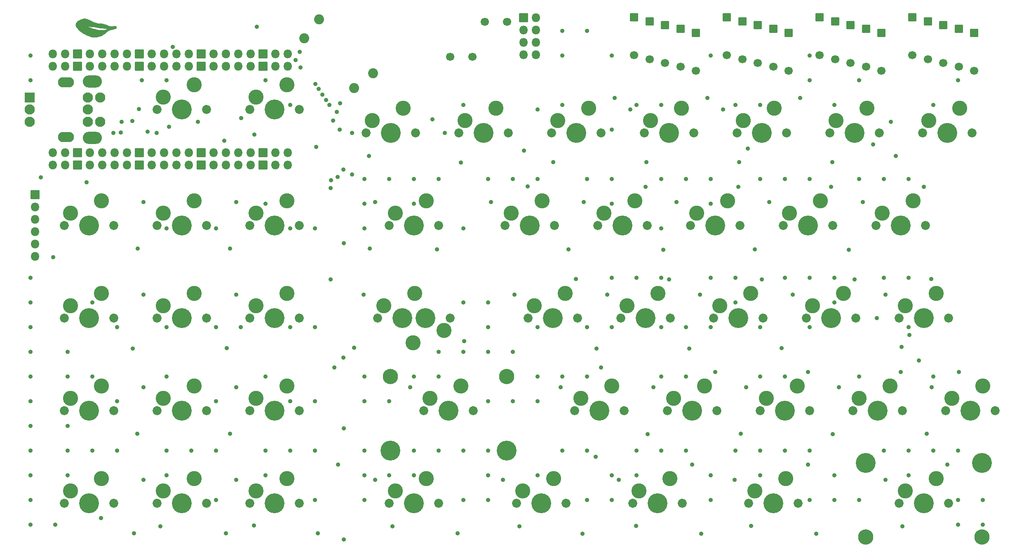
<source format=gbr>
%TF.GenerationSoftware,KiCad,Pcbnew,(6.0.5)*%
%TF.CreationDate,2022-07-29T20:42:53-06:00*%
%TF.ProjectId,kb,6b622e6b-6963-4616-945f-706362585858,rev?*%
%TF.SameCoordinates,Original*%
%TF.FileFunction,Soldermask,Top*%
%TF.FilePolarity,Negative*%
%FSLAX46Y46*%
G04 Gerber Fmt 4.6, Leading zero omitted, Abs format (unit mm)*
G04 Created by KiCad (PCBNEW (6.0.5)) date 2022-07-29 20:42:53*
%MOMM*%
%LPD*%
G01*
G04 APERTURE LIST*
G04 Aperture macros list*
%AMRoundRect*
0 Rectangle with rounded corners*
0 $1 Rounding radius*
0 $2 $3 $4 $5 $6 $7 $8 $9 X,Y pos of 4 corners*
0 Add a 4 corners polygon primitive as box body*
4,1,4,$2,$3,$4,$5,$6,$7,$8,$9,$2,$3,0*
0 Add four circle primitives for the rounded corners*
1,1,$1+$1,$2,$3*
1,1,$1+$1,$4,$5*
1,1,$1+$1,$6,$7*
1,1,$1+$1,$8,$9*
0 Add four rect primitives between the rounded corners*
20,1,$1+$1,$2,$3,$4,$5,0*
20,1,$1+$1,$4,$5,$6,$7,0*
20,1,$1+$1,$6,$7,$8,$9,0*
20,1,$1+$1,$8,$9,$2,$3,0*%
%AMHorizOval*
0 Thick line with rounded ends*
0 $1 width*
0 $2 $3 position (X,Y) of the first rounded end (center of the circle)*
0 $4 $5 position (X,Y) of the second rounded end (center of the circle)*
0 Add line between two ends*
20,1,$1,$2,$3,$4,$5,0*
0 Add two circle primitives to create the rounded ends*
1,1,$1,$2,$3*
1,1,$1,$4,$5*%
G04 Aperture macros list end*
%ADD10C,0.300000*%
%ADD11C,1.700000*%
%ADD12HorizOval,1.700000X0.000000X0.000000X0.000000X0.000000X0*%
%ADD13C,1.850000*%
%ADD14C,3.100000*%
%ADD15C,4.087800*%
%ADD16RoundRect,0.050000X0.800000X-0.800000X0.800000X0.800000X-0.800000X0.800000X-0.800000X-0.800000X0*%
%ADD17O,3.300000X2.100000*%
%ADD18RoundRect,0.050000X-1.000000X-1.000000X1.000000X-1.000000X1.000000X1.000000X-1.000000X1.000000X0*%
%ADD19C,2.100000*%
%ADD20C,3.148000*%
%ADD21O,1.800000X1.800000*%
%ADD22RoundRect,0.050000X0.850000X-0.850000X0.850000X0.850000X-0.850000X0.850000X-0.850000X-0.850000X0*%
%ADD23O,3.925000X2.500000*%
%ADD24RoundRect,0.050000X0.850000X0.850000X-0.850000X0.850000X-0.850000X-0.850000X0.850000X-0.850000X0*%
%ADD25C,2.050000*%
%ADD26C,0.900000*%
G04 APERTURE END LIST*
D10*
G36*
X34704219Y-49407356D02*
G01*
X34694020Y-49337139D01*
X34690501Y-49269000D01*
X34693359Y-49202926D01*
X34702294Y-49138902D01*
X34717006Y-49076914D01*
X34737194Y-49016947D01*
X34762557Y-48958988D01*
X34792796Y-48903021D01*
X34827608Y-48849034D01*
X34866695Y-48797010D01*
X34909755Y-48746937D01*
X34956488Y-48698800D01*
X35006593Y-48652584D01*
X35115717Y-48565859D01*
X35234724Y-48486650D01*
X35361208Y-48414840D01*
X35492766Y-48350316D01*
X35626992Y-48292963D01*
X35761483Y-48242667D01*
X35893834Y-48199314D01*
X36021640Y-48162790D01*
X36142497Y-48132979D01*
X36175719Y-48129047D01*
X36208091Y-48124559D01*
X36270754Y-48115279D01*
X36301281Y-48111171D01*
X36331429Y-48107873D01*
X36346398Y-48106635D01*
X36361316Y-48105727D01*
X36376199Y-48105192D01*
X36391060Y-48105074D01*
X36391062Y-48105072D01*
X36400965Y-48105248D01*
X36410871Y-48105640D01*
X36420784Y-48106264D01*
X36430710Y-48107134D01*
X36440653Y-48108262D01*
X36450620Y-48109664D01*
X36460614Y-48111353D01*
X36470642Y-48113342D01*
X36660049Y-48162014D01*
X36846400Y-48220769D01*
X37030231Y-48287905D01*
X37212075Y-48361721D01*
X37571941Y-48522580D01*
X37930274Y-48689731D01*
X38291349Y-48849558D01*
X38474250Y-48922471D01*
X38659439Y-48988446D01*
X38847452Y-49045782D01*
X39038821Y-49092778D01*
X39234082Y-49127730D01*
X39433769Y-49148938D01*
X39517413Y-49141849D01*
X39600300Y-49138535D01*
X39682475Y-49138783D01*
X39763981Y-49142380D01*
X39925168Y-49158772D01*
X40084213Y-49186011D01*
X40241471Y-49222398D01*
X40397296Y-49266231D01*
X40552040Y-49315812D01*
X40706059Y-49369439D01*
X41013335Y-49482032D01*
X41321954Y-49590411D01*
X41477652Y-49638769D01*
X41634747Y-49680972D01*
X41793593Y-49715322D01*
X41954544Y-49740116D01*
X41982086Y-49744827D01*
X42011340Y-49746894D01*
X42042119Y-49746587D01*
X42074236Y-49744172D01*
X42107504Y-49739919D01*
X42141736Y-49734096D01*
X42212344Y-49718814D01*
X42356902Y-49681213D01*
X42427860Y-49663189D01*
X42495942Y-49648545D01*
X42528438Y-49643161D01*
X42559654Y-49639427D01*
X42589403Y-49637611D01*
X42617499Y-49637981D01*
X42643754Y-49640806D01*
X42667981Y-49646355D01*
X42689993Y-49654895D01*
X42709604Y-49666695D01*
X42726627Y-49682023D01*
X42740874Y-49701148D01*
X42752158Y-49724337D01*
X42760293Y-49751860D01*
X42765091Y-49783984D01*
X42766366Y-49820978D01*
X42763930Y-49863110D01*
X42757597Y-49910649D01*
X42650100Y-49946092D01*
X42539313Y-49977637D01*
X42425794Y-50006211D01*
X42310097Y-50032745D01*
X41836644Y-50137058D01*
X41718392Y-50167327D01*
X41601295Y-50201133D01*
X41485909Y-50239402D01*
X41372790Y-50283066D01*
X41262493Y-50333053D01*
X41155574Y-50390293D01*
X41052588Y-50455715D01*
X41002743Y-50491785D01*
X40954090Y-50530248D01*
X40805884Y-50678491D01*
X40649603Y-50818787D01*
X40485819Y-50950549D01*
X40315102Y-51073190D01*
X40138024Y-51186122D01*
X39955155Y-51288758D01*
X39767066Y-51380510D01*
X39574329Y-51460792D01*
X39377515Y-51529014D01*
X39177193Y-51584591D01*
X38973936Y-51626934D01*
X38768315Y-51655457D01*
X38560900Y-51669571D01*
X38352262Y-51668689D01*
X38142972Y-51652224D01*
X37933602Y-51619588D01*
X37471735Y-51467838D01*
X37238106Y-51384178D01*
X37004560Y-51294380D01*
X36772505Y-51197734D01*
X36543352Y-51093531D01*
X36318508Y-50981061D01*
X36099384Y-50859614D01*
X35887388Y-50728480D01*
X35683930Y-50586948D01*
X35490420Y-50434310D01*
X35397835Y-50353604D01*
X35308265Y-50269855D01*
X35221887Y-50182974D01*
X35138876Y-50092873D01*
X35059409Y-49999463D01*
X34983662Y-49902654D01*
X34911811Y-49802359D01*
X34844032Y-49698489D01*
X34780502Y-49590954D01*
X34760369Y-49553048D01*
X36493896Y-49553048D01*
X36901001Y-49728993D01*
X37313518Y-49898070D01*
X37731471Y-50055114D01*
X37942492Y-50127510D01*
X38154880Y-50194961D01*
X38368638Y-50256821D01*
X38583767Y-50312446D01*
X38800271Y-50361189D01*
X39018153Y-50402405D01*
X39237415Y-50435449D01*
X39458059Y-50459675D01*
X39680089Y-50474437D01*
X39903507Y-50479089D01*
X39985122Y-50484421D01*
X40076643Y-50487542D01*
X40175714Y-50487677D01*
X40279976Y-50484054D01*
X40387073Y-50475898D01*
X40494648Y-50462435D01*
X40600344Y-50442891D01*
X40651750Y-50430597D01*
X40701803Y-50416493D01*
X40750207Y-50400482D01*
X40796669Y-50382467D01*
X40840892Y-50362352D01*
X40882584Y-50340039D01*
X40921448Y-50315432D01*
X40957191Y-50288435D01*
X40989518Y-50258950D01*
X41018134Y-50226881D01*
X41042744Y-50192131D01*
X41063054Y-50154603D01*
X41078770Y-50114201D01*
X41089596Y-50070828D01*
X41095238Y-50024387D01*
X41095401Y-49974782D01*
X41089791Y-49921915D01*
X41078114Y-49865690D01*
X40845468Y-49865422D01*
X40612138Y-49857940D01*
X40378196Y-49844097D01*
X40143714Y-49824743D01*
X39673427Y-49772916D01*
X39201862Y-49709276D01*
X38257237Y-49573831D01*
X37785347Y-49515661D01*
X37314519Y-49472949D01*
X37110025Y-49494198D01*
X36904723Y-49514065D01*
X36493896Y-49553048D01*
X34760369Y-49553048D01*
X34721395Y-49479667D01*
X34704219Y-49407356D01*
G37*
X34704219Y-49407356D02*
X34694020Y-49337139D01*
X34690501Y-49269000D01*
X34693359Y-49202926D01*
X34702294Y-49138902D01*
X34717006Y-49076914D01*
X34737194Y-49016947D01*
X34762557Y-48958988D01*
X34792796Y-48903021D01*
X34827608Y-48849034D01*
X34866695Y-48797010D01*
X34909755Y-48746937D01*
X34956488Y-48698800D01*
X35006593Y-48652584D01*
X35115717Y-48565859D01*
X35234724Y-48486650D01*
X35361208Y-48414840D01*
X35492766Y-48350316D01*
X35626992Y-48292963D01*
X35761483Y-48242667D01*
X35893834Y-48199314D01*
X36021640Y-48162790D01*
X36142497Y-48132979D01*
X36175719Y-48129047D01*
X36208091Y-48124559D01*
X36270754Y-48115279D01*
X36301281Y-48111171D01*
X36331429Y-48107873D01*
X36346398Y-48106635D01*
X36361316Y-48105727D01*
X36376199Y-48105192D01*
X36391060Y-48105074D01*
X36391062Y-48105072D01*
X36400965Y-48105248D01*
X36410871Y-48105640D01*
X36420784Y-48106264D01*
X36430710Y-48107134D01*
X36440653Y-48108262D01*
X36450620Y-48109664D01*
X36460614Y-48111353D01*
X36470642Y-48113342D01*
X36660049Y-48162014D01*
X36846400Y-48220769D01*
X37030231Y-48287905D01*
X37212075Y-48361721D01*
X37571941Y-48522580D01*
X37930274Y-48689731D01*
X38291349Y-48849558D01*
X38474250Y-48922471D01*
X38659439Y-48988446D01*
X38847452Y-49045782D01*
X39038821Y-49092778D01*
X39234082Y-49127730D01*
X39433769Y-49148938D01*
X39517413Y-49141849D01*
X39600300Y-49138535D01*
X39682475Y-49138783D01*
X39763981Y-49142380D01*
X39925168Y-49158772D01*
X40084213Y-49186011D01*
X40241471Y-49222398D01*
X40397296Y-49266231D01*
X40552040Y-49315812D01*
X40706059Y-49369439D01*
X41013335Y-49482032D01*
X41321954Y-49590411D01*
X41477652Y-49638769D01*
X41634747Y-49680972D01*
X41793593Y-49715322D01*
X41954544Y-49740116D01*
X41982086Y-49744827D01*
X42011340Y-49746894D01*
X42042119Y-49746587D01*
X42074236Y-49744172D01*
X42107504Y-49739919D01*
X42141736Y-49734096D01*
X42212344Y-49718814D01*
X42356902Y-49681213D01*
X42427860Y-49663189D01*
X42495942Y-49648545D01*
X42528438Y-49643161D01*
X42559654Y-49639427D01*
X42589403Y-49637611D01*
X42617499Y-49637981D01*
X42643754Y-49640806D01*
X42667981Y-49646355D01*
X42689993Y-49654895D01*
X42709604Y-49666695D01*
X42726627Y-49682023D01*
X42740874Y-49701148D01*
X42752158Y-49724337D01*
X42760293Y-49751860D01*
X42765091Y-49783984D01*
X42766366Y-49820978D01*
X42763930Y-49863110D01*
X42757597Y-49910649D01*
X42650100Y-49946092D01*
X42539313Y-49977637D01*
X42425794Y-50006211D01*
X42310097Y-50032745D01*
X41836644Y-50137058D01*
X41718392Y-50167327D01*
X41601295Y-50201133D01*
X41485909Y-50239402D01*
X41372790Y-50283066D01*
X41262493Y-50333053D01*
X41155574Y-50390293D01*
X41052588Y-50455715D01*
X41002743Y-50491785D01*
X40954090Y-50530248D01*
X40805884Y-50678491D01*
X40649603Y-50818787D01*
X40485819Y-50950549D01*
X40315102Y-51073190D01*
X40138024Y-51186122D01*
X39955155Y-51288758D01*
X39767066Y-51380510D01*
X39574329Y-51460792D01*
X39377515Y-51529014D01*
X39177193Y-51584591D01*
X38973936Y-51626934D01*
X38768315Y-51655457D01*
X38560900Y-51669571D01*
X38352262Y-51668689D01*
X38142972Y-51652224D01*
X37933602Y-51619588D01*
X37471735Y-51467838D01*
X37238106Y-51384178D01*
X37004560Y-51294380D01*
X36772505Y-51197734D01*
X36543352Y-51093531D01*
X36318508Y-50981061D01*
X36099384Y-50859614D01*
X35887388Y-50728480D01*
X35683930Y-50586948D01*
X35490420Y-50434310D01*
X35397835Y-50353604D01*
X35308265Y-50269855D01*
X35221887Y-50182974D01*
X35138876Y-50092873D01*
X35059409Y-49999463D01*
X34983662Y-49902654D01*
X34911811Y-49802359D01*
X34844032Y-49698489D01*
X34780502Y-49590954D01*
X34760369Y-49553048D01*
X36493896Y-49553048D01*
X36901001Y-49728993D01*
X37313518Y-49898070D01*
X37731471Y-50055114D01*
X37942492Y-50127510D01*
X38154880Y-50194961D01*
X38368638Y-50256821D01*
X38583767Y-50312446D01*
X38800271Y-50361189D01*
X39018153Y-50402405D01*
X39237415Y-50435449D01*
X39458059Y-50459675D01*
X39680089Y-50474437D01*
X39903507Y-50479089D01*
X39985122Y-50484421D01*
X40076643Y-50487542D01*
X40175714Y-50487677D01*
X40279976Y-50484054D01*
X40387073Y-50475898D01*
X40494648Y-50462435D01*
X40600344Y-50442891D01*
X40651750Y-50430597D01*
X40701803Y-50416493D01*
X40750207Y-50400482D01*
X40796669Y-50382467D01*
X40840892Y-50362352D01*
X40882584Y-50340039D01*
X40921448Y-50315432D01*
X40957191Y-50288435D01*
X40989518Y-50258950D01*
X41018134Y-50226881D01*
X41042744Y-50192131D01*
X41063054Y-50154603D01*
X41078770Y-50114201D01*
X41089596Y-50070828D01*
X41095238Y-50024387D01*
X41095401Y-49974782D01*
X41089791Y-49921915D01*
X41078114Y-49865690D01*
X40845468Y-49865422D01*
X40612138Y-49857940D01*
X40378196Y-49844097D01*
X40143714Y-49824743D01*
X39673427Y-49772916D01*
X39201862Y-49709276D01*
X38257237Y-49573831D01*
X37785347Y-49515661D01*
X37314519Y-49472949D01*
X37110025Y-49494198D01*
X36904723Y-49514065D01*
X36493896Y-49553048D01*
X34760369Y-49553048D01*
X34721395Y-49479667D01*
X34704219Y-49407356D01*
G36*
X34704219Y-49407356D02*
G01*
X34694020Y-49337139D01*
X34690501Y-49269000D01*
X34693359Y-49202926D01*
X34702294Y-49138902D01*
X34717006Y-49076914D01*
X34737194Y-49016947D01*
X34762557Y-48958988D01*
X34792796Y-48903021D01*
X34827608Y-48849034D01*
X34866695Y-48797010D01*
X34909755Y-48746937D01*
X34956488Y-48698800D01*
X35006593Y-48652584D01*
X35115717Y-48565859D01*
X35234724Y-48486650D01*
X35361208Y-48414840D01*
X35492766Y-48350316D01*
X35626992Y-48292963D01*
X35761483Y-48242667D01*
X35893834Y-48199314D01*
X36021640Y-48162790D01*
X36142497Y-48132979D01*
X36175719Y-48129047D01*
X36208091Y-48124559D01*
X36270754Y-48115279D01*
X36301281Y-48111171D01*
X36331429Y-48107873D01*
X36346398Y-48106635D01*
X36361316Y-48105727D01*
X36376199Y-48105192D01*
X36391060Y-48105074D01*
X36391062Y-48105072D01*
X36400965Y-48105248D01*
X36410871Y-48105640D01*
X36420784Y-48106264D01*
X36430710Y-48107134D01*
X36440653Y-48108262D01*
X36450620Y-48109664D01*
X36460614Y-48111353D01*
X36470642Y-48113342D01*
X36660049Y-48162014D01*
X36846400Y-48220769D01*
X37030231Y-48287905D01*
X37212075Y-48361721D01*
X37571941Y-48522580D01*
X37930274Y-48689731D01*
X38291349Y-48849558D01*
X38474250Y-48922471D01*
X38659439Y-48988446D01*
X38847452Y-49045782D01*
X39038821Y-49092778D01*
X39234082Y-49127730D01*
X39433769Y-49148938D01*
X39517413Y-49141849D01*
X39600300Y-49138535D01*
X39682475Y-49138783D01*
X39763981Y-49142380D01*
X39925168Y-49158772D01*
X40084213Y-49186011D01*
X40241471Y-49222398D01*
X40397296Y-49266231D01*
X40552040Y-49315812D01*
X40706059Y-49369439D01*
X41013335Y-49482032D01*
X41321954Y-49590411D01*
X41477652Y-49638769D01*
X41634747Y-49680972D01*
X41793593Y-49715322D01*
X41954544Y-49740116D01*
X41982086Y-49744827D01*
X42011340Y-49746894D01*
X42042119Y-49746587D01*
X42074236Y-49744172D01*
X42107504Y-49739919D01*
X42141736Y-49734096D01*
X42212344Y-49718814D01*
X42356902Y-49681213D01*
X42427860Y-49663189D01*
X42495942Y-49648545D01*
X42528438Y-49643161D01*
X42559654Y-49639427D01*
X42589403Y-49637611D01*
X42617499Y-49637981D01*
X42643754Y-49640806D01*
X42667981Y-49646355D01*
X42689993Y-49654895D01*
X42709604Y-49666695D01*
X42726627Y-49682023D01*
X42740874Y-49701148D01*
X42752158Y-49724337D01*
X42760293Y-49751860D01*
X42765091Y-49783984D01*
X42766366Y-49820978D01*
X42763930Y-49863110D01*
X42757597Y-49910649D01*
X42650100Y-49946092D01*
X42539313Y-49977637D01*
X42425794Y-50006211D01*
X42310097Y-50032745D01*
X41836644Y-50137058D01*
X41718392Y-50167327D01*
X41601295Y-50201133D01*
X41485909Y-50239402D01*
X41372790Y-50283066D01*
X41262493Y-50333053D01*
X41155574Y-50390293D01*
X41052588Y-50455715D01*
X41002743Y-50491785D01*
X40954090Y-50530248D01*
X40805884Y-50678491D01*
X40649603Y-50818787D01*
X40485819Y-50950549D01*
X40315102Y-51073190D01*
X40138024Y-51186122D01*
X39955155Y-51288758D01*
X39767066Y-51380510D01*
X39574329Y-51460792D01*
X39377515Y-51529014D01*
X39177193Y-51584591D01*
X38973936Y-51626934D01*
X38768315Y-51655457D01*
X38560900Y-51669571D01*
X38352262Y-51668689D01*
X38142972Y-51652224D01*
X37933602Y-51619588D01*
X37471735Y-51467838D01*
X37238106Y-51384178D01*
X37004560Y-51294380D01*
X36772505Y-51197734D01*
X36543352Y-51093531D01*
X36318508Y-50981061D01*
X36099384Y-50859614D01*
X35887388Y-50728480D01*
X35683930Y-50586948D01*
X35490420Y-50434310D01*
X35397835Y-50353604D01*
X35308265Y-50269855D01*
X35221887Y-50182974D01*
X35138876Y-50092873D01*
X35059409Y-49999463D01*
X34983662Y-49902654D01*
X34911811Y-49802359D01*
X34844032Y-49698489D01*
X34780502Y-49590954D01*
X34760369Y-49553048D01*
X36493896Y-49553048D01*
X36901001Y-49728993D01*
X37313518Y-49898070D01*
X37731471Y-50055114D01*
X37942492Y-50127510D01*
X38154880Y-50194961D01*
X38368638Y-50256821D01*
X38583767Y-50312446D01*
X38800271Y-50361189D01*
X39018153Y-50402405D01*
X39237415Y-50435449D01*
X39458059Y-50459675D01*
X39680089Y-50474437D01*
X39903507Y-50479089D01*
X39985122Y-50484421D01*
X40076643Y-50487542D01*
X40175714Y-50487677D01*
X40279976Y-50484054D01*
X40387073Y-50475898D01*
X40494648Y-50462435D01*
X40600344Y-50442891D01*
X40651750Y-50430597D01*
X40701803Y-50416493D01*
X40750207Y-50400482D01*
X40796669Y-50382467D01*
X40840892Y-50362352D01*
X40882584Y-50340039D01*
X40921448Y-50315432D01*
X40957191Y-50288435D01*
X40989518Y-50258950D01*
X41018134Y-50226881D01*
X41042744Y-50192131D01*
X41063054Y-50154603D01*
X41078770Y-50114201D01*
X41089596Y-50070828D01*
X41095238Y-50024387D01*
X41095401Y-49974782D01*
X41089791Y-49921915D01*
X41078114Y-49865690D01*
X40845468Y-49865422D01*
X40612138Y-49857940D01*
X40378196Y-49844097D01*
X40143714Y-49824743D01*
X39673427Y-49772916D01*
X39201862Y-49709276D01*
X38257237Y-49573831D01*
X37785347Y-49515661D01*
X37314519Y-49472949D01*
X37110025Y-49494198D01*
X36904723Y-49514065D01*
X36493896Y-49553048D01*
X34760369Y-49553048D01*
X34721395Y-49479667D01*
X34704219Y-49407356D01*
G37*
X34704219Y-49407356D02*
X34694020Y-49337139D01*
X34690501Y-49269000D01*
X34693359Y-49202926D01*
X34702294Y-49138902D01*
X34717006Y-49076914D01*
X34737194Y-49016947D01*
X34762557Y-48958988D01*
X34792796Y-48903021D01*
X34827608Y-48849034D01*
X34866695Y-48797010D01*
X34909755Y-48746937D01*
X34956488Y-48698800D01*
X35006593Y-48652584D01*
X35115717Y-48565859D01*
X35234724Y-48486650D01*
X35361208Y-48414840D01*
X35492766Y-48350316D01*
X35626992Y-48292963D01*
X35761483Y-48242667D01*
X35893834Y-48199314D01*
X36021640Y-48162790D01*
X36142497Y-48132979D01*
X36175719Y-48129047D01*
X36208091Y-48124559D01*
X36270754Y-48115279D01*
X36301281Y-48111171D01*
X36331429Y-48107873D01*
X36346398Y-48106635D01*
X36361316Y-48105727D01*
X36376199Y-48105192D01*
X36391060Y-48105074D01*
X36391062Y-48105072D01*
X36400965Y-48105248D01*
X36410871Y-48105640D01*
X36420784Y-48106264D01*
X36430710Y-48107134D01*
X36440653Y-48108262D01*
X36450620Y-48109664D01*
X36460614Y-48111353D01*
X36470642Y-48113342D01*
X36660049Y-48162014D01*
X36846400Y-48220769D01*
X37030231Y-48287905D01*
X37212075Y-48361721D01*
X37571941Y-48522580D01*
X37930274Y-48689731D01*
X38291349Y-48849558D01*
X38474250Y-48922471D01*
X38659439Y-48988446D01*
X38847452Y-49045782D01*
X39038821Y-49092778D01*
X39234082Y-49127730D01*
X39433769Y-49148938D01*
X39517413Y-49141849D01*
X39600300Y-49138535D01*
X39682475Y-49138783D01*
X39763981Y-49142380D01*
X39925168Y-49158772D01*
X40084213Y-49186011D01*
X40241471Y-49222398D01*
X40397296Y-49266231D01*
X40552040Y-49315812D01*
X40706059Y-49369439D01*
X41013335Y-49482032D01*
X41321954Y-49590411D01*
X41477652Y-49638769D01*
X41634747Y-49680972D01*
X41793593Y-49715322D01*
X41954544Y-49740116D01*
X41982086Y-49744827D01*
X42011340Y-49746894D01*
X42042119Y-49746587D01*
X42074236Y-49744172D01*
X42107504Y-49739919D01*
X42141736Y-49734096D01*
X42212344Y-49718814D01*
X42356902Y-49681213D01*
X42427860Y-49663189D01*
X42495942Y-49648545D01*
X42528438Y-49643161D01*
X42559654Y-49639427D01*
X42589403Y-49637611D01*
X42617499Y-49637981D01*
X42643754Y-49640806D01*
X42667981Y-49646355D01*
X42689993Y-49654895D01*
X42709604Y-49666695D01*
X42726627Y-49682023D01*
X42740874Y-49701148D01*
X42752158Y-49724337D01*
X42760293Y-49751860D01*
X42765091Y-49783984D01*
X42766366Y-49820978D01*
X42763930Y-49863110D01*
X42757597Y-49910649D01*
X42650100Y-49946092D01*
X42539313Y-49977637D01*
X42425794Y-50006211D01*
X42310097Y-50032745D01*
X41836644Y-50137058D01*
X41718392Y-50167327D01*
X41601295Y-50201133D01*
X41485909Y-50239402D01*
X41372790Y-50283066D01*
X41262493Y-50333053D01*
X41155574Y-50390293D01*
X41052588Y-50455715D01*
X41002743Y-50491785D01*
X40954090Y-50530248D01*
X40805884Y-50678491D01*
X40649603Y-50818787D01*
X40485819Y-50950549D01*
X40315102Y-51073190D01*
X40138024Y-51186122D01*
X39955155Y-51288758D01*
X39767066Y-51380510D01*
X39574329Y-51460792D01*
X39377515Y-51529014D01*
X39177193Y-51584591D01*
X38973936Y-51626934D01*
X38768315Y-51655457D01*
X38560900Y-51669571D01*
X38352262Y-51668689D01*
X38142972Y-51652224D01*
X37933602Y-51619588D01*
X37471735Y-51467838D01*
X37238106Y-51384178D01*
X37004560Y-51294380D01*
X36772505Y-51197734D01*
X36543352Y-51093531D01*
X36318508Y-50981061D01*
X36099384Y-50859614D01*
X35887388Y-50728480D01*
X35683930Y-50586948D01*
X35490420Y-50434310D01*
X35397835Y-50353604D01*
X35308265Y-50269855D01*
X35221887Y-50182974D01*
X35138876Y-50092873D01*
X35059409Y-49999463D01*
X34983662Y-49902654D01*
X34911811Y-49802359D01*
X34844032Y-49698489D01*
X34780502Y-49590954D01*
X34760369Y-49553048D01*
X36493896Y-49553048D01*
X36901001Y-49728993D01*
X37313518Y-49898070D01*
X37731471Y-50055114D01*
X37942492Y-50127510D01*
X38154880Y-50194961D01*
X38368638Y-50256821D01*
X38583767Y-50312446D01*
X38800271Y-50361189D01*
X39018153Y-50402405D01*
X39237415Y-50435449D01*
X39458059Y-50459675D01*
X39680089Y-50474437D01*
X39903507Y-50479089D01*
X39985122Y-50484421D01*
X40076643Y-50487542D01*
X40175714Y-50487677D01*
X40279976Y-50484054D01*
X40387073Y-50475898D01*
X40494648Y-50462435D01*
X40600344Y-50442891D01*
X40651750Y-50430597D01*
X40701803Y-50416493D01*
X40750207Y-50400482D01*
X40796669Y-50382467D01*
X40840892Y-50362352D01*
X40882584Y-50340039D01*
X40921448Y-50315432D01*
X40957191Y-50288435D01*
X40989518Y-50258950D01*
X41018134Y-50226881D01*
X41042744Y-50192131D01*
X41063054Y-50154603D01*
X41078770Y-50114201D01*
X41089596Y-50070828D01*
X41095238Y-50024387D01*
X41095401Y-49974782D01*
X41089791Y-49921915D01*
X41078114Y-49865690D01*
X40845468Y-49865422D01*
X40612138Y-49857940D01*
X40378196Y-49844097D01*
X40143714Y-49824743D01*
X39673427Y-49772916D01*
X39201862Y-49709276D01*
X38257237Y-49573831D01*
X37785347Y-49515661D01*
X37314519Y-49472949D01*
X37110025Y-49494198D01*
X36904723Y-49514065D01*
X36493896Y-49553048D01*
X34760369Y-49553048D01*
X34721395Y-49479667D01*
X34704219Y-49407356D01*
D11*
%TO.C,R1*%
X111406398Y-55820853D03*
D12*
X118590603Y-48636648D03*
%TD*%
D13*
%TO.C,MX22*%
X137636250Y-109537500D03*
D14*
X128746250Y-106997500D03*
D15*
X132556250Y-109537500D03*
D14*
X135096250Y-104457500D03*
D13*
X127476250Y-109537500D03*
%TD*%
D16*
%TO.C,D26*%
X212725000Y-49281250D03*
D11*
X212725000Y-57081250D03*
%TD*%
D14*
%TO.C,MX14*%
X143033750Y-87947500D03*
D13*
X151923750Y-90487500D03*
D15*
X146843750Y-90487500D03*
D13*
X141763750Y-90487500D03*
D14*
X149383750Y-85407500D03*
%TD*%
D15*
%TO.C,MX2*%
X75406250Y-66675000D03*
D14*
X77946250Y-61595000D03*
D13*
X70326250Y-66675000D03*
X80486250Y-66675000D03*
D14*
X71596250Y-64135000D03*
%TD*%
D15*
%TO.C,MX24*%
X170656250Y-109537500D03*
D13*
X165576250Y-109537500D03*
D14*
X173196250Y-104457500D03*
D13*
X175736250Y-109537500D03*
D14*
X166846250Y-106997500D03*
%TD*%
D17*
%TO.C,SW1*%
X32543750Y-61075000D03*
X32543750Y-72275000D03*
D18*
X25043750Y-64175000D03*
D19*
X25043750Y-69175000D03*
X25043750Y-66675000D03*
X39543750Y-69175000D03*
X39543750Y-64175000D03*
%TD*%
D13*
%TO.C,MX34*%
X194151250Y-128587500D03*
D14*
X201771250Y-123507500D03*
X195421250Y-126047500D03*
D15*
X199231250Y-128587500D03*
D13*
X204311250Y-128587500D03*
%TD*%
D15*
%TO.C,MX15*%
X165893750Y-90487500D03*
D14*
X162083750Y-87947500D03*
D13*
X170973750Y-90487500D03*
D14*
X168433750Y-85407500D03*
D13*
X160813750Y-90487500D03*
%TD*%
D16*
%TO.C,D25*%
X193675000Y-49281250D03*
D11*
X193675000Y-57081250D03*
%TD*%
D13*
%TO.C,MX43*%
X213836250Y-147637500D03*
D15*
X208756250Y-147637500D03*
D20*
X220694250Y-154622500D03*
D14*
X211296250Y-142557500D03*
X204946250Y-145097500D03*
D20*
X196818250Y-154622500D03*
D15*
X220694250Y-139382500D03*
D13*
X203676250Y-147637500D03*
D15*
X196818250Y-139382500D03*
%TD*%
%TO.C,MX18*%
X37306250Y-109537500D03*
D13*
X32226250Y-109537500D03*
X42386250Y-109537500D03*
D14*
X39846250Y-104457500D03*
X33496250Y-106997500D03*
%TD*%
D16*
%TO.C,D8*%
X206375000Y-47693750D03*
D11*
X206375000Y-55493750D03*
%TD*%
D13*
%TO.C,MX7*%
X170338750Y-71437500D03*
D14*
X177958750Y-66357500D03*
X171608750Y-68897500D03*
D15*
X175418750Y-71437500D03*
D13*
X180498750Y-71437500D03*
%TD*%
D11*
%TO.C,R2*%
X115978398Y-55820853D03*
D12*
X123162603Y-48636648D03*
%TD*%
D16*
%TO.C,D5*%
X149225000Y-47693750D03*
D11*
X149225000Y-55493750D03*
%TD*%
D13*
%TO.C,MX26*%
X203676250Y-109537500D03*
D15*
X208756250Y-109537500D03*
D13*
X213836250Y-109537500D03*
D14*
X204946250Y-106997500D03*
X211296250Y-104457500D03*
%TD*%
D16*
%TO.C,D32*%
X158750000Y-50075000D03*
D11*
X158750000Y-57875000D03*
%TD*%
D13*
%TO.C,MX10*%
X51276250Y-90487500D03*
D14*
X52546250Y-87947500D03*
D13*
X61436250Y-90487500D03*
D14*
X58896250Y-85407500D03*
D15*
X56356250Y-90487500D03*
%TD*%
D14*
%TO.C,MX11*%
X77946250Y-85407500D03*
D15*
X75406250Y-90487500D03*
D14*
X71596250Y-87947500D03*
D13*
X70326250Y-90487500D03*
X80486250Y-90487500D03*
%TD*%
D14*
%TO.C,MX27*%
X39846250Y-123507500D03*
D15*
X37306250Y-128587500D03*
D13*
X42386250Y-128587500D03*
X32226250Y-128587500D03*
D14*
X33496250Y-126047500D03*
%TD*%
D16*
%TO.C,D35*%
X215900000Y-50075000D03*
D11*
X215900000Y-57875000D03*
%TD*%
D16*
%TO.C,D44*%
X219075000Y-50868750D03*
D11*
X219075000Y-58668750D03*
%TD*%
D14*
%TO.C,MX25*%
X185896250Y-106997500D03*
X192246250Y-104457500D03*
D13*
X194786250Y-109537500D03*
X184626250Y-109537500D03*
D15*
X189706250Y-109537500D03*
%TD*%
D13*
%TO.C,MX21*%
X111442500Y-109537500D03*
D15*
X106362500Y-109537500D03*
D13*
X101282500Y-109537500D03*
D14*
X110172500Y-112077500D03*
X103822500Y-114617500D03*
%TD*%
%TO.C,MX37*%
X52546250Y-145097500D03*
D13*
X51276250Y-147637500D03*
X61436250Y-147637500D03*
D14*
X58896250Y-142557500D03*
D15*
X56356250Y-147637500D03*
%TD*%
D16*
%TO.C,D41*%
X161925000Y-50868750D03*
D11*
X161925000Y-58668750D03*
%TD*%
D13*
%TO.C,MX13*%
X132873750Y-90487500D03*
D14*
X123983750Y-87947500D03*
D15*
X127793750Y-90487500D03*
D13*
X122713750Y-90487500D03*
D14*
X130333750Y-85407500D03*
%TD*%
%TO.C,MX35*%
X220821250Y-123507500D03*
X214471250Y-126047500D03*
D13*
X213201250Y-128587500D03*
D15*
X218281250Y-128587500D03*
D13*
X223361250Y-128587500D03*
%TD*%
D21*
%TO.C,U1*%
X29845000Y-78105000D03*
X29845000Y-75565000D03*
X32385000Y-78105000D03*
X32385000Y-75565000D03*
D22*
X34925000Y-78105000D03*
X34925000Y-75565000D03*
D21*
X37465000Y-78105000D03*
X37465000Y-75565000D03*
X40005000Y-75565000D03*
X40005000Y-78105000D03*
X42545000Y-75565000D03*
X42545000Y-78105000D03*
X45085000Y-75565000D03*
X45085000Y-78105000D03*
D22*
X47625000Y-75565000D03*
X47625000Y-78105000D03*
D21*
X50165000Y-75565000D03*
X50165000Y-78105000D03*
X52705000Y-75565000D03*
X52705000Y-78105000D03*
X55245000Y-75565000D03*
X55245000Y-78105000D03*
X57785000Y-78105000D03*
X57785000Y-75565000D03*
D22*
X60325000Y-75565000D03*
X60325000Y-78105000D03*
D21*
X62865000Y-75565000D03*
X62865000Y-78105000D03*
X65405000Y-75565000D03*
X65405000Y-78105000D03*
X67945000Y-75565000D03*
X67945000Y-78105000D03*
X70485000Y-75565000D03*
X70485000Y-78105000D03*
D22*
X73025000Y-75565000D03*
X73025000Y-78105000D03*
D21*
X75565000Y-75565000D03*
X75565000Y-78105000D03*
X78105000Y-78105000D03*
X78105000Y-75565000D03*
X78105000Y-57785000D03*
X78105000Y-55245000D03*
X75565000Y-55245000D03*
X75565000Y-57785000D03*
D22*
X73025000Y-57785000D03*
X73025000Y-55245000D03*
D21*
X70485000Y-55245000D03*
X70485000Y-57785000D03*
X67945000Y-55245000D03*
X67945000Y-57785000D03*
X65405000Y-55245000D03*
X65405000Y-57785000D03*
X62865000Y-55245000D03*
X62865000Y-57785000D03*
D22*
X60325000Y-57785000D03*
X60325000Y-55245000D03*
D21*
X57785000Y-57785000D03*
X57785000Y-55245000D03*
X55245000Y-55245000D03*
X55245000Y-57785000D03*
X52705000Y-55245000D03*
X52705000Y-57785000D03*
X50165000Y-55245000D03*
X50165000Y-57785000D03*
D22*
X47625000Y-55245000D03*
X47625000Y-57785000D03*
D21*
X45085000Y-55245000D03*
X45085000Y-57785000D03*
X42545000Y-57785000D03*
X42545000Y-55245000D03*
X40005000Y-57785000D03*
X40005000Y-55245000D03*
X37465000Y-57785000D03*
X37465000Y-55245000D03*
D22*
X34925000Y-55245000D03*
X34925000Y-57785000D03*
D21*
X32385000Y-55245000D03*
X32385000Y-57785000D03*
X29845000Y-57785000D03*
X29845000Y-55245000D03*
%TD*%
D13*
%TO.C,MX28*%
X61436250Y-128587500D03*
D14*
X52546250Y-126047500D03*
X58896250Y-123507500D03*
D13*
X51276250Y-128587500D03*
D15*
X56356250Y-128587500D03*
%TD*%
D16*
%TO.C,D42*%
X180975000Y-50868750D03*
D11*
X180975000Y-58668750D03*
%TD*%
D16*
%TO.C,D33*%
X177800000Y-50075000D03*
D11*
X177800000Y-57875000D03*
%TD*%
D23*
%TO.C,SW2*%
X37978000Y-72475000D03*
X37978000Y-60875000D03*
D19*
X37040500Y-64175000D03*
X37040500Y-69175000D03*
X37040500Y-66675000D03*
%TD*%
D14*
%TO.C,MX21_1*%
X104140000Y-104457500D03*
X97790000Y-106997500D03*
D15*
X101600000Y-109537500D03*
D13*
X106680000Y-109537500D03*
X96520000Y-109537500D03*
%TD*%
D16*
%TO.C,D14*%
X152400000Y-48487500D03*
D11*
X152400000Y-56287500D03*
%TD*%
D15*
%TO.C,MX3*%
X99218750Y-71437500D03*
D13*
X94138750Y-71437500D03*
X104298750Y-71437500D03*
D14*
X101758750Y-66357500D03*
X95408750Y-68897500D03*
%TD*%
D16*
%TO.C,D7*%
X187325000Y-47693750D03*
D11*
X187325000Y-55493750D03*
%TD*%
D15*
%TO.C,MX9*%
X37306250Y-90487500D03*
D13*
X32226250Y-90487500D03*
X42386250Y-90487500D03*
D14*
X33496250Y-87947500D03*
X39846250Y-85407500D03*
%TD*%
D13*
%TO.C,MX1*%
X51276250Y-66675000D03*
X61436250Y-66675000D03*
D15*
X56356250Y-66675000D03*
D14*
X58896250Y-61595000D03*
X52546250Y-64135000D03*
%TD*%
D13*
%TO.C,MX32*%
X166211250Y-128587500D03*
D15*
X161131250Y-128587500D03*
D13*
X156051250Y-128587500D03*
D14*
X157321250Y-126047500D03*
X163671250Y-123507500D03*
%TD*%
D16*
%TO.C,D17*%
X209550000Y-48487500D03*
D11*
X209550000Y-56287500D03*
%TD*%
D16*
%TO.C,D6*%
X168275000Y-47693750D03*
D11*
X168275000Y-55493750D03*
%TD*%
D16*
%TO.C,D23*%
X155575000Y-49281250D03*
D11*
X155575000Y-57081250D03*
%TD*%
D15*
%TO.C,MX40*%
X130175000Y-147637500D03*
D14*
X132715000Y-142557500D03*
X126365000Y-145097500D03*
D13*
X125095000Y-147637500D03*
X135255000Y-147637500D03*
%TD*%
%TO.C,MX5*%
X142398750Y-71437500D03*
D15*
X137318750Y-71437500D03*
D13*
X132238750Y-71437500D03*
D14*
X139858750Y-66357500D03*
X133508750Y-68897500D03*
%TD*%
%TO.C,MX39*%
X106521250Y-142557500D03*
D13*
X98901250Y-147637500D03*
X109061250Y-147637500D03*
D15*
X103981250Y-147637500D03*
D14*
X100171250Y-145097500D03*
%TD*%
%TO.C,MX16*%
X187483750Y-85407500D03*
D15*
X184943750Y-90487500D03*
D13*
X190023750Y-90487500D03*
X179863750Y-90487500D03*
D14*
X181133750Y-87947500D03*
%TD*%
D13*
%TO.C,MX38*%
X70326250Y-147637500D03*
X80486250Y-147637500D03*
D15*
X75406250Y-147637500D03*
D14*
X71596250Y-145097500D03*
X77946250Y-142557500D03*
%TD*%
D16*
%TO.C,D16*%
X190500000Y-48487500D03*
D11*
X190500000Y-56287500D03*
%TD*%
D13*
%TO.C,MX31*%
X137001250Y-128587500D03*
D14*
X144621250Y-123507500D03*
D13*
X147161250Y-128587500D03*
D14*
X138271250Y-126047500D03*
D15*
X142081250Y-128587500D03*
%TD*%
D13*
%TO.C,MX8*%
X199548750Y-71437500D03*
D14*
X190658750Y-68897500D03*
D15*
X194468750Y-71437500D03*
D13*
X189388750Y-71437500D03*
D14*
X197008750Y-66357500D03*
%TD*%
D13*
%TO.C,MX41*%
X148907500Y-147637500D03*
X159067500Y-147637500D03*
D14*
X156527500Y-142557500D03*
X150177500Y-145097500D03*
D15*
X153987500Y-147637500D03*
%TD*%
%TO.C,MX20*%
X75406250Y-109537500D03*
D14*
X71596250Y-106997500D03*
D13*
X70326250Y-109537500D03*
X80486250Y-109537500D03*
D14*
X77946250Y-104457500D03*
%TD*%
%TO.C,MX17*%
X206533750Y-85407500D03*
D15*
X203993750Y-90487500D03*
D14*
X200183750Y-87947500D03*
D13*
X198913750Y-90487500D03*
X209073750Y-90487500D03*
%TD*%
%TO.C,MX4*%
X113188750Y-71437500D03*
D14*
X114458750Y-68897500D03*
D15*
X118268750Y-71437500D03*
D13*
X123348750Y-71437500D03*
D14*
X120808750Y-66357500D03*
%TD*%
D16*
%TO.C,D24*%
X174625000Y-49281250D03*
D11*
X174625000Y-57081250D03*
%TD*%
D15*
%TO.C,MX42*%
X177800000Y-147637500D03*
D14*
X173990000Y-145097500D03*
D13*
X172720000Y-147637500D03*
X182880000Y-147637500D03*
D14*
X180340000Y-142557500D03*
%TD*%
D13*
%TO.C,MX23*%
X146526250Y-109537500D03*
X156686250Y-109537500D03*
D15*
X151606250Y-109537500D03*
D14*
X154146250Y-104457500D03*
X147796250Y-106997500D03*
%TD*%
D13*
%TO.C,MX33*%
X185261250Y-128587500D03*
D14*
X182721250Y-123507500D03*
X176371250Y-126047500D03*
D13*
X175101250Y-128587500D03*
D15*
X180181250Y-128587500D03*
%TD*%
D14*
%TO.C,MX36*%
X33496250Y-145097500D03*
D13*
X42386250Y-147637500D03*
D14*
X39846250Y-142557500D03*
D15*
X37306250Y-147637500D03*
D13*
X32226250Y-147637500D03*
%TD*%
D16*
%TO.C,D34*%
X196850000Y-50075000D03*
D11*
X196850000Y-57875000D03*
%TD*%
D14*
%TO.C,MX12*%
X100171250Y-87947500D03*
D15*
X103981250Y-90487500D03*
D13*
X98901250Y-90487500D03*
D14*
X106521250Y-85407500D03*
D13*
X109061250Y-90487500D03*
%TD*%
D16*
%TO.C,D43*%
X200025000Y-50868750D03*
D11*
X200025000Y-58668750D03*
%TD*%
D13*
%TO.C,MX30*%
X106045000Y-128587500D03*
D20*
X123063000Y-121602500D03*
D15*
X111125000Y-128587500D03*
X99187000Y-136842500D03*
D20*
X99187000Y-121602500D03*
D14*
X107315000Y-126047500D03*
D13*
X116205000Y-128587500D03*
D14*
X113665000Y-123507500D03*
D15*
X123063000Y-136842500D03*
%TD*%
D14*
%TO.C,MX29*%
X77946250Y-123507500D03*
D13*
X70326250Y-128587500D03*
X80486250Y-128587500D03*
D15*
X75406250Y-128587500D03*
D14*
X71596250Y-126047500D03*
%TD*%
D16*
%TO.C,D15*%
X171450000Y-48487500D03*
D11*
X171450000Y-56287500D03*
%TD*%
D13*
%TO.C,MX19*%
X61436250Y-109537500D03*
D14*
X52546250Y-106997500D03*
X58896250Y-104457500D03*
D13*
X51276250Y-109537500D03*
D15*
X56356250Y-109537500D03*
%TD*%
%TO.C,MX6*%
X156368750Y-71437500D03*
D13*
X161448750Y-71437500D03*
D14*
X158908750Y-66357500D03*
X152558750Y-68897500D03*
D13*
X151288750Y-71437500D03*
%TD*%
D15*
%TO.C,MX44*%
X213518750Y-71437500D03*
D13*
X208438750Y-71437500D03*
D14*
X216058750Y-66357500D03*
X209708750Y-68897500D03*
D13*
X218598750Y-71437500D03*
%TD*%
D24*
%TO.C,J3*%
X26193750Y-84137500D03*
D21*
X26193750Y-86677500D03*
X26193750Y-89217500D03*
X26193750Y-91757500D03*
X26193750Y-94297500D03*
X26193750Y-96837500D03*
%TD*%
D25*
%TO.C,J2*%
X91710749Y-62211049D03*
X81457701Y-51958001D03*
X84498260Y-48068914D03*
X95599836Y-59170490D03*
%TD*%
D24*
%TO.C,J1*%
X126503750Y-47793750D03*
D21*
X129043750Y-47793750D03*
X126503750Y-50333750D03*
X129043750Y-50333750D03*
X126503750Y-52873750D03*
X129043750Y-52873750D03*
X126503750Y-55413750D03*
X129043750Y-55413750D03*
%TD*%
D26*
X49276000Y-71183500D03*
X89562980Y-94134980D03*
X89535000Y-78994000D03*
X89545250Y-117718750D03*
X89581730Y-132253730D03*
X79724250Y-56451500D03*
X89570520Y-155102520D03*
X46228000Y-115824000D03*
X109061250Y-80962500D03*
X164941250Y-55562500D03*
X63341250Y-111442500D03*
X185261250Y-111442500D03*
X53181250Y-141922500D03*
X32861250Y-131762500D03*
X154781250Y-65722500D03*
X114141250Y-65722500D03*
X175101250Y-121602500D03*
X134461250Y-50482500D03*
X37941250Y-136842500D03*
X65532000Y-115722400D03*
X134461250Y-55562500D03*
X185261250Y-136842500D03*
X220821250Y-152082500D03*
X32861250Y-136842500D03*
X66243200Y-95250000D03*
X200501250Y-136842500D03*
X164941250Y-111442500D03*
X154781250Y-91122500D03*
X47142400Y-133350000D03*
X175101250Y-141922500D03*
X25241250Y-116522500D03*
X139541250Y-50482500D03*
X155244800Y-95504000D03*
X93821250Y-141922500D03*
X190341250Y-65722500D03*
X83661250Y-147002500D03*
X53181250Y-60642500D03*
X98901250Y-141922500D03*
X27368500Y-80581500D03*
X210661250Y-121602500D03*
X88741250Y-70802500D03*
X99568000Y-152400000D03*
X180181250Y-80962500D03*
X93821250Y-147002500D03*
X25241250Y-106362500D03*
X144621250Y-101282500D03*
X25241250Y-101282500D03*
X175101250Y-136842500D03*
X190042800Y-133451600D03*
X170021250Y-106362500D03*
X144621250Y-70802500D03*
X65379600Y-153873200D03*
X94742000Y-76200000D03*
X103981250Y-80962500D03*
X93821250Y-86042500D03*
X185261250Y-60642500D03*
X25241250Y-60642500D03*
X73501250Y-121602500D03*
X78581250Y-126682500D03*
X25241250Y-121602500D03*
X195421250Y-121602500D03*
X83661250Y-126682500D03*
X43021250Y-136842500D03*
X189941200Y-77470000D03*
X37941250Y-106362500D03*
X139541250Y-121602500D03*
X139541250Y-111442500D03*
X202946000Y-76200000D03*
X215741250Y-60642500D03*
X68421250Y-111442500D03*
X170021250Y-136842500D03*
X114141250Y-147002500D03*
X186639200Y-153974800D03*
X175101250Y-111442500D03*
X80735334Y-58025536D03*
X63341250Y-136842500D03*
X134461250Y-65722500D03*
X32861250Y-141922500D03*
X134461250Y-136842500D03*
X139541250Y-136842500D03*
X164941250Y-80962500D03*
X154781250Y-136842500D03*
X73501250Y-60642500D03*
X124301250Y-126682500D03*
X78581250Y-136842500D03*
X220821250Y-147002500D03*
X144621250Y-147002500D03*
X144621250Y-80962500D03*
X185261250Y-101282500D03*
X83661250Y-91122500D03*
X210661250Y-65722500D03*
X103981250Y-121602500D03*
X209296000Y-133350000D03*
X108712000Y-95402400D03*
X103981250Y-86042500D03*
X204114400Y-115519200D03*
X63341250Y-147002500D03*
X84277200Y-153873200D03*
X43021250Y-111442500D03*
X98901250Y-126682500D03*
X113665000Y-77597000D03*
X63341250Y-91122500D03*
X58261250Y-136842500D03*
X164941250Y-141922500D03*
X98901250Y-80962500D03*
X190341250Y-101282500D03*
X190341250Y-106362500D03*
X160578800Y-115824000D03*
X193344800Y-95554800D03*
X71211500Y-71830588D03*
X154781250Y-80962500D03*
X107759500Y-68643500D03*
X42264964Y-71443214D03*
X119221250Y-80962500D03*
X47294800Y-95250000D03*
X205581250Y-136842500D03*
X51943000Y-152400000D03*
X172593000Y-74676000D03*
X205581250Y-101282500D03*
X139541250Y-80962500D03*
X25241250Y-111442500D03*
X114141250Y-91122500D03*
X103981250Y-136842500D03*
X154781250Y-111442500D03*
X103981250Y-141922500D03*
X200501250Y-101282500D03*
X154781250Y-101282500D03*
X83661250Y-111442500D03*
X144621250Y-86042500D03*
X170789600Y-77520800D03*
X93821250Y-136842500D03*
X149701250Y-141922500D03*
X93821250Y-121602500D03*
X199072500Y-109537500D03*
X53181250Y-111442500D03*
X200501250Y-80962500D03*
X210661250Y-136842500D03*
X25241250Y-126682500D03*
X149701250Y-136842500D03*
X129381250Y-126682500D03*
X171145200Y-133400800D03*
X25241250Y-152082500D03*
X215741250Y-147002500D03*
X154781250Y-121602500D03*
X205581250Y-80962500D03*
X151993600Y-133451600D03*
X109061250Y-116522500D03*
X73501250Y-141922500D03*
X114141250Y-136842500D03*
X205581250Y-141922500D03*
X73501250Y-86042500D03*
X159861250Y-121602500D03*
X129381250Y-80962500D03*
X73501250Y-136842500D03*
X30321250Y-152082500D03*
X125679200Y-152450800D03*
X129381250Y-111442500D03*
X53181250Y-136842500D03*
X124301250Y-80962500D03*
X180181250Y-136842500D03*
X149606000Y-152298400D03*
X164941250Y-101282500D03*
X215741250Y-152082500D03*
X63341250Y-126682500D03*
X68516500Y-68389500D03*
X83661250Y-136842500D03*
X83921600Y-74320400D03*
X132588000Y-77470000D03*
X170021250Y-65722500D03*
X119221250Y-106362500D03*
X43021250Y-126682500D03*
X32861250Y-116522500D03*
X164941250Y-147002500D03*
X134461250Y-121602500D03*
X173278800Y-152349200D03*
X175101250Y-65722500D03*
X129381250Y-141922500D03*
X53689250Y-70167500D03*
X144621250Y-111442500D03*
X138633200Y-153974800D03*
X124301250Y-116522500D03*
X159861250Y-80962500D03*
X164941250Y-86042500D03*
X78581250Y-111442500D03*
X71120000Y-152273000D03*
X139541250Y-147002500D03*
X195421250Y-147002500D03*
X129381250Y-121602500D03*
X149701250Y-101282500D03*
X29921200Y-97028000D03*
X195421250Y-80962500D03*
X207721200Y-118313200D03*
X51117794Y-71470222D03*
X25241250Y-141922500D03*
X149701250Y-65722500D03*
X190341250Y-141922500D03*
X144621250Y-141922500D03*
X201930000Y-69215000D03*
X190341250Y-147002500D03*
X144621250Y-55562500D03*
X53181250Y-121602500D03*
X170021250Y-101282500D03*
X93821250Y-80962500D03*
X94894400Y-95250000D03*
X159861250Y-111442500D03*
X37941250Y-121602500D03*
X78581250Y-91122500D03*
X25241250Y-131762500D03*
X114141250Y-116522500D03*
X185261250Y-147002500D03*
X32861250Y-121602500D03*
X93821250Y-126682500D03*
X119221250Y-136842500D03*
X180181250Y-101282500D03*
X119221250Y-126682500D03*
X185261250Y-55562500D03*
X185261250Y-80962500D03*
X119221250Y-116522500D03*
X109061250Y-121602500D03*
X163017200Y-153924000D03*
X65074800Y-73050400D03*
X119221250Y-141922500D03*
X71755000Y-49657000D03*
X195421250Y-60642500D03*
X91694000Y-115671600D03*
X141528800Y-115824000D03*
X180181250Y-121602500D03*
X25241250Y-136842500D03*
X151739600Y-77520800D03*
X205740000Y-113080800D03*
X25241250Y-147002500D03*
X119221250Y-111442500D03*
X66243200Y-133400800D03*
X25241250Y-55562500D03*
X114141250Y-106362500D03*
X174040800Y-95402400D03*
X48101250Y-60642500D03*
X46482000Y-153822400D03*
X109061250Y-136842500D03*
X159861250Y-136842500D03*
X179527200Y-115773200D03*
X53181250Y-91122500D03*
X204317600Y-152450800D03*
X175101250Y-80962500D03*
X78581250Y-65722500D03*
X205581250Y-111442500D03*
X215741250Y-136842500D03*
X135737600Y-95453200D03*
X93821250Y-91122500D03*
X112928400Y-153873200D03*
X119221250Y-147002500D03*
X126567679Y-75120500D03*
X127349250Y-82487500D03*
X86911819Y-101600000D03*
X137255250Y-101537500D03*
X86901130Y-82776000D03*
X86963250Y-81216500D03*
X142462250Y-119697500D03*
X87630000Y-119761000D03*
X88392000Y-139700000D03*
X88362171Y-80514250D03*
X141287500Y-138112500D03*
X48418750Y-142875000D03*
X48418750Y-104775000D03*
X47535464Y-66542286D03*
X48418750Y-123825000D03*
X48418750Y-85725000D03*
X88132286Y-67188714D03*
X67468750Y-142875000D03*
X67468750Y-123825000D03*
X67468750Y-104775000D03*
X87381714Y-68966714D03*
X67468750Y-85725000D03*
X59658250Y-69151500D03*
X91313000Y-80010000D03*
X93662500Y-104775000D03*
X96043750Y-85725000D03*
X96043750Y-142875000D03*
X91281250Y-71437500D03*
X114300000Y-114300000D03*
X103187500Y-123825000D03*
X110331250Y-71437500D03*
X134143750Y-123825000D03*
X122237500Y-142875000D03*
X119856250Y-85725000D03*
X86649500Y-65722500D03*
X124618750Y-104775000D03*
X143668750Y-104775000D03*
X138906250Y-85725000D03*
X153193750Y-123825000D03*
X85923000Y-64706500D03*
X146050000Y-142875000D03*
X129381250Y-66675000D03*
X148431250Y-66675000D03*
X157956250Y-85725000D03*
X172243750Y-123825000D03*
X169862500Y-142875000D03*
X85196500Y-63563500D03*
X162718750Y-104775000D03*
X200818750Y-142875000D03*
X167481250Y-66675000D03*
X84470000Y-62420500D03*
X191293750Y-123825000D03*
X177006250Y-85725000D03*
X181768750Y-104775000D03*
X210343750Y-123825000D03*
X198267921Y-73807921D03*
X200818750Y-104775000D03*
X196215000Y-85725000D03*
X83743500Y-61404500D03*
X36766500Y-81625500D03*
X88858038Y-65347214D03*
X46196250Y-69024500D03*
X145256250Y-64293750D03*
X164306250Y-64293750D03*
X183356250Y-64293750D03*
X151606250Y-82550000D03*
X170656250Y-82550000D03*
X189706250Y-82550000D03*
X208756250Y-82550000D03*
X156368750Y-101600000D03*
X175418750Y-101600000D03*
X194468750Y-101600000D03*
X210248500Y-101536500D03*
X165893750Y-120650000D03*
X184943750Y-120650000D03*
X203993750Y-120650000D03*
X215900000Y-120650000D03*
X161131250Y-139700000D03*
X184943750Y-139700000D03*
X213518750Y-139700000D03*
X80568615Y-54813385D03*
X43831172Y-71389578D03*
X54478082Y-53812317D03*
X43942000Y-69187000D03*
X39751000Y-150749000D03*
M02*

</source>
